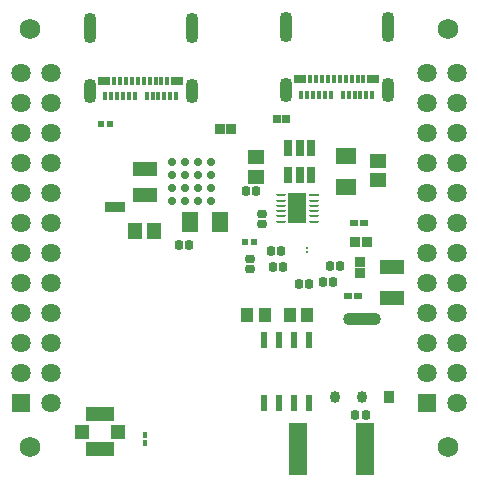
<source format=gbs>
G04*
G04 #@! TF.GenerationSoftware,Altium Limited,Altium Designer,22.11.1 (43)*
G04*
G04 Layer_Color=16711935*
%FSLAX25Y25*%
%MOIN*%
G70*
G04*
G04 #@! TF.SameCoordinates,40CF40E7-FDA6-4BEF-B87F-FA6DAB628F73*
G04*
G04*
G04 #@! TF.FilePolarity,Negative*
G04*
G01*
G75*
%ADD30R,0.02029X0.01860*%
%ADD43R,0.03556X0.03359*%
G04:AMPARAMS|DCode=44|XSize=31.62mil|YSize=29.26mil|CornerRadius=9.63mil|HoleSize=0mil|Usage=FLASHONLY|Rotation=180.000|XOffset=0mil|YOffset=0mil|HoleType=Round|Shape=RoundedRectangle|*
%AMROUNDEDRECTD44*
21,1,0.03162,0.00999,0,0,180.0*
21,1,0.01235,0.02926,0,0,180.0*
1,1,0.01927,-0.00618,0.00500*
1,1,0.01927,0.00618,0.00500*
1,1,0.01927,0.00618,-0.00500*
1,1,0.01927,-0.00618,-0.00500*
%
%ADD44ROUNDEDRECTD44*%
%ADD47R,0.06115X0.17335*%
G04:AMPARAMS|DCode=65|XSize=31.62mil|YSize=29.26mil|CornerRadius=9.63mil|HoleSize=0mil|Usage=FLASHONLY|Rotation=270.000|XOffset=0mil|YOffset=0mil|HoleType=Round|Shape=RoundedRectangle|*
%AMROUNDEDRECTD65*
21,1,0.03162,0.00999,0,0,270.0*
21,1,0.01235,0.02926,0,0,270.0*
1,1,0.01927,-0.00500,-0.00618*
1,1,0.01927,-0.00500,0.00618*
1,1,0.01927,0.00500,0.00618*
1,1,0.01927,0.00500,-0.00618*
%
%ADD65ROUNDEDRECTD65*%
%ADD67C,0.06410*%
%ADD68R,0.06410X0.06410*%
G04:AMPARAMS|DCode=69|XSize=43.31mil|YSize=102.36mil|CornerRadius=21.65mil|HoleSize=0mil|Usage=FLASHONLY|Rotation=0.000|XOffset=0mil|YOffset=0mil|HoleType=Round|Shape=RoundedRectangle|*
%AMROUNDEDRECTD69*
21,1,0.04331,0.05906,0,0,0.0*
21,1,0.00000,0.10236,0,0,0.0*
1,1,0.04331,0.00000,-0.02953*
1,1,0.04331,0.00000,-0.02953*
1,1,0.04331,0.00000,0.02953*
1,1,0.04331,0.00000,0.02953*
%
%ADD69ROUNDEDRECTD69*%
G04:AMPARAMS|DCode=70|XSize=43.31mil|YSize=82.68mil|CornerRadius=21.65mil|HoleSize=0mil|Usage=FLASHONLY|Rotation=0.000|XOffset=0mil|YOffset=0mil|HoleType=Round|Shape=RoundedRectangle|*
%AMROUNDEDRECTD70*
21,1,0.04331,0.03937,0,0,0.0*
21,1,0.00000,0.08268,0,0,0.0*
1,1,0.04331,0.00000,-0.01968*
1,1,0.04331,0.00000,-0.01968*
1,1,0.04331,0.00000,0.01968*
1,1,0.04331,0.00000,0.01968*
%
%ADD70ROUNDEDRECTD70*%
%ADD71C,0.06800*%
%ADD72C,0.02769*%
%ADD88R,0.01822X0.02182*%
%ADD89R,0.03434X0.03954*%
G04:AMPARAMS|DCode=90|XSize=39.54mil|YSize=34.34mil|CornerRadius=17.17mil|HoleSize=0mil|Usage=FLASHONLY|Rotation=90.000|XOffset=0mil|YOffset=0mil|HoleType=Round|Shape=RoundedRectangle|*
%AMROUNDEDRECTD90*
21,1,0.03954,0.00000,0,0,90.0*
21,1,0.00520,0.03434,0,0,90.0*
1,1,0.03434,0.00000,0.00260*
1,1,0.03434,0.00000,-0.00260*
1,1,0.03434,0.00000,-0.00260*
1,1,0.03434,0.00000,0.00260*
%
%ADD90ROUNDEDRECTD90*%
G04:AMPARAMS|DCode=91|XSize=39.54mil|YSize=125.28mil|CornerRadius=17.2mil|HoleSize=0mil|Usage=FLASHONLY|Rotation=90.000|XOffset=0mil|YOffset=0mil|HoleType=Round|Shape=RoundedRectangle|*
%AMROUNDEDRECTD91*
21,1,0.03954,0.09088,0,0,90.0*
21,1,0.00514,0.12528,0,0,90.0*
1,1,0.03440,0.04544,0.00257*
1,1,0.03440,0.04544,-0.00257*
1,1,0.03440,-0.04544,-0.00257*
1,1,0.03440,-0.04544,0.00257*
%
%ADD91ROUNDEDRECTD91*%
%ADD93R,0.03937X0.02756*%
%ADD94R,0.01181X0.02756*%
%ADD96R,0.05733X0.04941*%
%ADD97R,0.05512X0.07087*%
%ADD98R,0.06496X0.10039*%
G04:AMPARAMS|DCode=99|XSize=33.06mil|YSize=8.76mil|CornerRadius=4.38mil|HoleSize=0mil|Usage=FLASHONLY|Rotation=180.000|XOffset=0mil|YOffset=0mil|HoleType=Round|Shape=RoundedRectangle|*
%AMROUNDEDRECTD99*
21,1,0.03306,0.00000,0,0,180.0*
21,1,0.02430,0.00876,0,0,180.0*
1,1,0.00876,-0.01215,0.00000*
1,1,0.00876,0.01215,0.00000*
1,1,0.00876,0.01215,0.00000*
1,1,0.00876,-0.01215,0.00000*
%
%ADD99ROUNDEDRECTD99*%
%ADD100R,0.03306X0.00876*%
%ADD101R,0.02681X0.02410*%
%ADD104R,0.07087X0.05512*%
%ADD105R,0.02362X0.05512*%
%ADD106R,0.07898X0.04941*%
%ADD107R,0.08000X0.04500*%
%ADD108R,0.00886X0.00591*%
%ADD112R,0.04941X0.05733*%
%ADD114R,0.02965X0.02769*%
%ADD115R,0.03162X0.05524*%
%ADD116R,0.03359X0.03556*%
%ADD117R,0.03950X0.04737*%
%ADD118R,0.03398X0.03241*%
%ADD119R,0.09461X0.04934*%
%ADD120R,0.04934X0.04737*%
D30*
X114482Y195318D02*
D03*
X111502D02*
D03*
X162430Y156282D02*
D03*
X159449D02*
D03*
D43*
X200056Y156160D02*
D03*
X196316D02*
D03*
X151282Y193701D02*
D03*
X155023D02*
D03*
D44*
X161220Y147093D02*
D03*
Y150478D02*
D03*
X165139Y165472D02*
D03*
Y162087D02*
D03*
D47*
X199606Y87008D02*
D03*
X177362D02*
D03*
D65*
X196339Y98425D02*
D03*
X199724D02*
D03*
X180966Y142028D02*
D03*
X177580D02*
D03*
X172283Y147798D02*
D03*
X168898D02*
D03*
X187717Y148293D02*
D03*
X191102D02*
D03*
X185471Y142843D02*
D03*
X188857D02*
D03*
X171673Y153248D02*
D03*
X168287D02*
D03*
X163209Y173091D02*
D03*
X159823D02*
D03*
X137652Y155144D02*
D03*
X141038D02*
D03*
D67*
X94882Y212598D02*
D03*
X84882D02*
D03*
X94882Y202598D02*
D03*
X84882D02*
D03*
X94882Y192598D02*
D03*
X84882D02*
D03*
X94882Y182598D02*
D03*
X84882D02*
D03*
X94882Y172598D02*
D03*
X84882D02*
D03*
X94882Y162598D02*
D03*
X84882D02*
D03*
X94882Y152598D02*
D03*
X84882D02*
D03*
X94882Y142598D02*
D03*
X84882D02*
D03*
X94882Y132598D02*
D03*
X84882D02*
D03*
X94882Y122598D02*
D03*
X84882D02*
D03*
X94882Y112598D02*
D03*
X84882D02*
D03*
X94882Y102598D02*
D03*
X230315Y212598D02*
D03*
X220315D02*
D03*
X230315Y202598D02*
D03*
X220315D02*
D03*
X230315Y192598D02*
D03*
X220315D02*
D03*
X230315Y182598D02*
D03*
X220315D02*
D03*
X230315Y172598D02*
D03*
X220315D02*
D03*
X230315Y162598D02*
D03*
X220315D02*
D03*
X230315Y152598D02*
D03*
X220315D02*
D03*
X230315Y142598D02*
D03*
X220315D02*
D03*
X230315Y132598D02*
D03*
X220315D02*
D03*
X230315Y122598D02*
D03*
X220315D02*
D03*
X230315Y112598D02*
D03*
X220315D02*
D03*
X230315Y102598D02*
D03*
D68*
X84882D02*
D03*
X220315D02*
D03*
D69*
X207165Y227953D02*
D03*
X173150D02*
D03*
X141811Y227559D02*
D03*
X107795D02*
D03*
D70*
X207165Y206850D02*
D03*
X173150D02*
D03*
X141811Y206457D02*
D03*
X107795D02*
D03*
D71*
X227165Y227165D02*
D03*
X87795D02*
D03*
X227165Y87795D02*
D03*
X87795D02*
D03*
D72*
X135112Y182775D02*
D03*
X139443D02*
D03*
X143774D02*
D03*
X148104D02*
D03*
X135112Y178445D02*
D03*
X139443D02*
D03*
X143774D02*
D03*
X148104D02*
D03*
X135112Y174114D02*
D03*
X139443D02*
D03*
X143774D02*
D03*
X148104D02*
D03*
X135112Y169783D02*
D03*
X139443D02*
D03*
X143774D02*
D03*
X148104D02*
D03*
D88*
X126223Y91946D02*
D03*
Y89156D02*
D03*
D89*
X207582Y104621D02*
D03*
D90*
X198566D02*
D03*
X189550D02*
D03*
D91*
X198566Y130565D02*
D03*
D93*
X202362Y210354D02*
D03*
X177953D02*
D03*
X137008Y209961D02*
D03*
X112598D02*
D03*
D94*
X181299Y210354D02*
D03*
X183268D02*
D03*
X185236D02*
D03*
X187205D02*
D03*
X189173D02*
D03*
X191142D02*
D03*
X193110D02*
D03*
X195079D02*
D03*
X197047D02*
D03*
X199016D02*
D03*
X201969Y205236D02*
D03*
X200000D02*
D03*
X198031D02*
D03*
X196063D02*
D03*
X194095D02*
D03*
X192126D02*
D03*
X188189D02*
D03*
X186221D02*
D03*
X184252D02*
D03*
X182283D02*
D03*
X180315D02*
D03*
X178347D02*
D03*
X115945Y209961D02*
D03*
X117913D02*
D03*
X119882D02*
D03*
X121850D02*
D03*
X123819D02*
D03*
X125787D02*
D03*
X127756D02*
D03*
X129724D02*
D03*
X131693D02*
D03*
X133661D02*
D03*
X136614Y204842D02*
D03*
X134646D02*
D03*
X132677D02*
D03*
X130709D02*
D03*
X128740D02*
D03*
X126772D02*
D03*
X122835D02*
D03*
X120866D02*
D03*
X118898D02*
D03*
X116929D02*
D03*
X114961D02*
D03*
X112992D02*
D03*
D96*
X163061Y177901D02*
D03*
Y184403D02*
D03*
X204035Y183270D02*
D03*
Y176769D02*
D03*
D97*
X141142Y162700D02*
D03*
X151378D02*
D03*
D98*
X176969Y167306D02*
D03*
D99*
X171396Y171735D02*
D03*
Y169964D02*
D03*
Y168192D02*
D03*
Y166420D02*
D03*
Y164649D02*
D03*
Y162877D02*
D03*
X182541D02*
D03*
Y164649D02*
D03*
Y166420D02*
D03*
Y168192D02*
D03*
Y169964D02*
D03*
D100*
Y171735D02*
D03*
D101*
X193935Y138189D02*
D03*
X197207D02*
D03*
X199293Y162598D02*
D03*
X196021D02*
D03*
D104*
X193307Y184708D02*
D03*
Y174471D02*
D03*
D105*
X180843Y102461D02*
D03*
X175843D02*
D03*
X170843D02*
D03*
X165843D02*
D03*
Y123327D02*
D03*
X170843D02*
D03*
X175843D02*
D03*
X180843D02*
D03*
D106*
X126378Y180317D02*
D03*
Y171848D02*
D03*
D107*
X208542Y147868D02*
D03*
Y137368D02*
D03*
D108*
X180318Y152759D02*
D03*
Y154137D02*
D03*
D112*
X129377Y159941D02*
D03*
X122876D02*
D03*
D114*
X173130Y197090D02*
D03*
X170177D02*
D03*
D115*
X181496Y187500D02*
D03*
X177756D02*
D03*
X174016D02*
D03*
Y178445D02*
D03*
X177756D02*
D03*
X181496D02*
D03*
D116*
X197736Y145866D02*
D03*
Y149606D02*
D03*
D117*
X180331Y131907D02*
D03*
X174425D02*
D03*
X160235D02*
D03*
X166141D02*
D03*
D118*
X114518Y167844D02*
D03*
X117904D02*
D03*
D119*
X111122Y98721D02*
D03*
Y87106D02*
D03*
D120*
X105118Y92913D02*
D03*
X117126D02*
D03*
M02*

</source>
